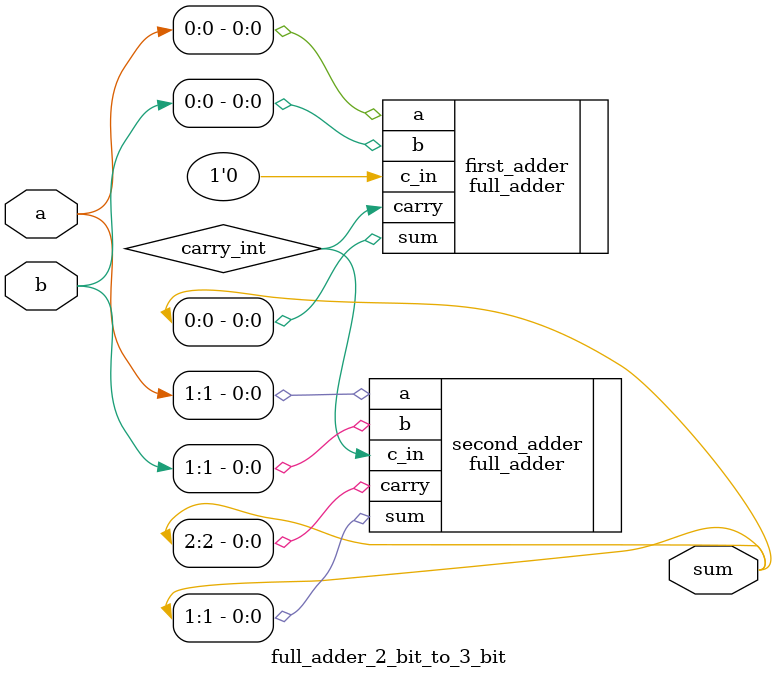
<source format=sv>

/*
* This Source Code Form is subject to the terms of the Mozilla Public
* License, v. 2.0. If a copy of the MPL was not distributed with this
* file, You can obtain one at https://mozilla.org/MPL/2.0/.
*/
`default_nettype none


/* svlint off keyword_forbidden_wire_reg */
module full_adder_2_bit_to_3_bit(
    input  wire [1:0] a,
    input  wire [1:0] b,
    output wire [2:0] sum
);
/* svlint on keyword_forbidden_wire_reg */


logic carry_int;

full_adder first_adder(
    .a(a[0]),
    .b(b[0]),
    .c_in(1'b0),
    .sum(sum[0]),
    .carry(carry_int)
);
full_adder second_adder(
    .a(a[1]),
    .b(b[1]),
    .c_in(carry_int),
    .sum(sum[1]),
    .carry(sum[2])
);

endmodule

`default_nettype wire

</source>
